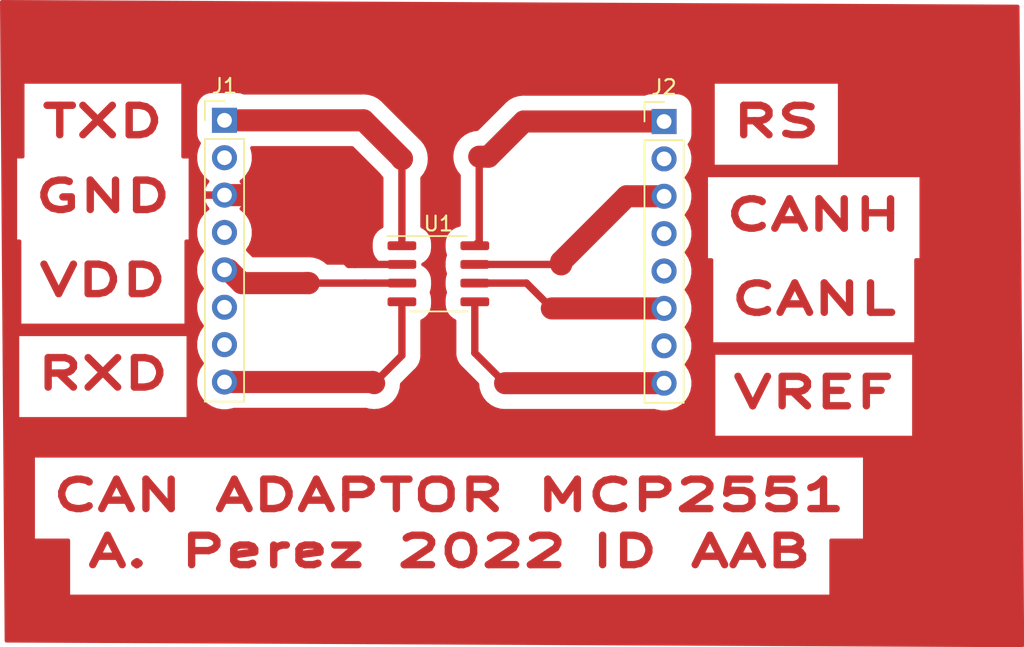
<source format=kicad_pcb>
(kicad_pcb (version 20171130) (host pcbnew 5.1.5+dfsg1-2build2)

  (general
    (thickness 1.6)
    (drawings 11)
    (tracks 37)
    (zones 0)
    (modules 3)
    (nets 17)
  )

  (page A4)
  (layers
    (0 F.Cu signal)
    (31 B.Cu signal)
    (32 B.Adhes user)
    (33 F.Adhes user)
    (34 B.Paste user)
    (35 F.Paste user)
    (36 B.SilkS user)
    (37 F.SilkS user)
    (38 B.Mask user)
    (39 F.Mask user)
    (40 Dwgs.User user)
    (41 Cmts.User user)
    (42 Eco1.User user)
    (43 Eco2.User user)
    (44 Edge.Cuts user)
    (45 Margin user)
    (46 B.CrtYd user)
    (47 F.CrtYd user)
    (48 B.Fab user)
    (49 F.Fab user)
  )

  (setup
    (last_trace_width 1.5)
    (user_trace_width 0.5)
    (user_trace_width 1.5)
    (trace_clearance 1)
    (zone_clearance 1)
    (zone_45_only no)
    (trace_min 0.2)
    (via_size 0.8)
    (via_drill 0.4)
    (via_min_size 0.4)
    (via_min_drill 0.3)
    (uvia_size 0.3)
    (uvia_drill 0.1)
    (uvias_allowed no)
    (uvia_min_size 0.2)
    (uvia_min_drill 0.1)
    (edge_width 0.05)
    (segment_width 0.2)
    (pcb_text_width 0.5)
    (pcb_text_size 3 2)
    (mod_edge_width 0.12)
    (mod_text_size 1 1)
    (mod_text_width 0.15)
    (pad_size 1.524 1.524)
    (pad_drill 0.762)
    (pad_to_mask_clearance 0.051)
    (solder_mask_min_width 0.25)
    (aux_axis_origin 0 0)
    (visible_elements FFFFFF7F)
    (pcbplotparams
      (layerselection 0x010fc_ffffffff)
      (usegerberextensions false)
      (usegerberattributes false)
      (usegerberadvancedattributes false)
      (creategerberjobfile false)
      (excludeedgelayer true)
      (linewidth 0.100000)
      (plotframeref false)
      (viasonmask false)
      (mode 1)
      (useauxorigin false)
      (hpglpennumber 1)
      (hpglpenspeed 20)
      (hpglpendiameter 15.000000)
      (psnegative false)
      (psa4output false)
      (plotreference true)
      (plotvalue true)
      (plotinvisibletext false)
      (padsonsilk false)
      (subtractmaskfromsilk false)
      (outputformat 1)
      (mirror false)
      (drillshape 1)
      (scaleselection 1)
      (outputdirectory ""))
  )

  (net 0 "")
  (net 1 "Net-(J1-Pad1)")
  (net 2 "Net-(J2-Pad1)")
  (net 3 GND)
  (net 4 "Net-(J2-Pad2)")
  (net 5 "Net-(J2-Pad4)")
  (net 6 "Net-(J2-Pad3)")
  (net 7 "Net-(J1-Pad4)")
  (net 8 "Net-(J1-Pad2)")
  (net 9 "Net-(J1-Pad5)")
  (net 10 "Net-(J1-Pad6)")
  (net 11 "Net-(J1-Pad7)")
  (net 12 "Net-(J1-Pad8)")
  (net 13 "Net-(J2-Pad8)")
  (net 14 "Net-(J2-Pad7)")
  (net 15 "Net-(J2-Pad6)")
  (net 16 "Net-(J2-Pad5)")

  (net_class Default "Esta es la clase de red por defecto."
    (clearance 1)
    (trace_width 1.5)
    (via_dia 0.8)
    (via_drill 0.4)
    (uvia_dia 0.3)
    (uvia_drill 0.1)
  )

  (net_class Fino ""
    (clearance 0.6)
    (trace_width 0.5)
    (via_dia 0.8)
    (via_drill 0.4)
    (uvia_dia 0.3)
    (uvia_drill 0.1)
    (add_net GND)
    (add_net "Net-(J1-Pad1)")
    (add_net "Net-(J1-Pad2)")
    (add_net "Net-(J1-Pad4)")
    (add_net "Net-(J1-Pad5)")
    (add_net "Net-(J1-Pad6)")
    (add_net "Net-(J1-Pad7)")
    (add_net "Net-(J1-Pad8)")
    (add_net "Net-(J2-Pad1)")
    (add_net "Net-(J2-Pad2)")
    (add_net "Net-(J2-Pad3)")
    (add_net "Net-(J2-Pad4)")
    (add_net "Net-(J2-Pad5)")
    (add_net "Net-(J2-Pad6)")
    (add_net "Net-(J2-Pad7)")
    (add_net "Net-(J2-Pad8)")
  )

  (module Package_SO:SOIC-8_3.9x4.9mm_P1.27mm (layer F.Cu) (tedit 5D9F72B1) (tstamp 61EF79A9)
    (at 44.365001 35.110001)
    (descr "SOIC, 8 Pin (JEDEC MS-012AA, https://www.analog.com/media/en/package-pcb-resources/package/pkg_pdf/soic_narrow-r/r_8.pdf), generated with kicad-footprint-generator ipc_gullwing_generator.py")
    (tags "SOIC SO")
    (path /61EF215D)
    (attr smd)
    (fp_text reference U1 (at 0 -3.4) (layer F.SilkS)
      (effects (font (size 1 1) (thickness 0.15)))
    )
    (fp_text value MCP2551-I-SN (at 0 3.4) (layer F.Fab)
      (effects (font (size 1 1) (thickness 0.15)))
    )
    (fp_line (start 0 2.56) (end 1.95 2.56) (layer F.SilkS) (width 0.12))
    (fp_line (start 0 2.56) (end -1.95 2.56) (layer F.SilkS) (width 0.12))
    (fp_line (start 0 -2.56) (end 1.95 -2.56) (layer F.SilkS) (width 0.12))
    (fp_line (start 0 -2.56) (end -3.45 -2.56) (layer F.SilkS) (width 0.12))
    (fp_line (start -0.975 -2.45) (end 1.95 -2.45) (layer F.Fab) (width 0.1))
    (fp_line (start 1.95 -2.45) (end 1.95 2.45) (layer F.Fab) (width 0.1))
    (fp_line (start 1.95 2.45) (end -1.95 2.45) (layer F.Fab) (width 0.1))
    (fp_line (start -1.95 2.45) (end -1.95 -1.475) (layer F.Fab) (width 0.1))
    (fp_line (start -1.95 -1.475) (end -0.975 -2.45) (layer F.Fab) (width 0.1))
    (fp_line (start -3.7 -2.7) (end -3.7 2.7) (layer F.CrtYd) (width 0.05))
    (fp_line (start -3.7 2.7) (end 3.7 2.7) (layer F.CrtYd) (width 0.05))
    (fp_line (start 3.7 2.7) (end 3.7 -2.7) (layer F.CrtYd) (width 0.05))
    (fp_line (start 3.7 -2.7) (end -3.7 -2.7) (layer F.CrtYd) (width 0.05))
    (fp_text user %R (at 0 0) (layer F.Fab)
      (effects (font (size 0.98 0.98) (thickness 0.15)))
    )
    (pad 1 smd roundrect (at -2.475 -1.905) (size 1.95 0.6) (layers F.Cu F.Paste F.Mask) (roundrect_rratio 0.25)
      (net 1 "Net-(J1-Pad1)"))
    (pad 2 smd roundrect (at -2.475 -0.635) (size 1.95 0.6) (layers F.Cu F.Paste F.Mask) (roundrect_rratio 0.25)
      (net 3 GND))
    (pad 3 smd roundrect (at -2.475 0.635) (size 1.95 0.6) (layers F.Cu F.Paste F.Mask) (roundrect_rratio 0.25)
      (net 9 "Net-(J1-Pad5)"))
    (pad 4 smd roundrect (at -2.475 1.905) (size 1.95 0.6) (layers F.Cu F.Paste F.Mask) (roundrect_rratio 0.25)
      (net 12 "Net-(J1-Pad8)"))
    (pad 5 smd roundrect (at 2.475 1.905) (size 1.95 0.6) (layers F.Cu F.Paste F.Mask) (roundrect_rratio 0.25)
      (net 13 "Net-(J2-Pad8)"))
    (pad 6 smd roundrect (at 2.475 0.635) (size 1.95 0.6) (layers F.Cu F.Paste F.Mask) (roundrect_rratio 0.25)
      (net 15 "Net-(J2-Pad6)"))
    (pad 7 smd roundrect (at 2.475 -0.635) (size 1.95 0.6) (layers F.Cu F.Paste F.Mask) (roundrect_rratio 0.25)
      (net 6 "Net-(J2-Pad3)"))
    (pad 8 smd roundrect (at 2.475 -1.905) (size 1.95 0.6) (layers F.Cu F.Paste F.Mask) (roundrect_rratio 0.25)
      (net 2 "Net-(J2-Pad1)"))
    (model ${KISYS3DMOD}/Package_SO.3dshapes/SOIC-8_3.9x4.9mm_P1.27mm.wrl
      (at (xyz 0 0 0))
      (scale (xyz 1 1 1))
      (rotate (xyz 0 0 0))
    )
  )

  (module Connector_PinHeader_2.54mm:PinHeader_1x08_P2.54mm_Vertical (layer F.Cu) (tedit 59FED5CC) (tstamp 61F2EC5F)
    (at 29.845 24.685001)
    (descr "Through hole straight pin header, 1x08, 2.54mm pitch, single row")
    (tags "Through hole pin header THT 1x08 2.54mm single row")
    (path /61F305FF)
    (fp_text reference J1 (at 0 -2.33) (layer F.SilkS)
      (effects (font (size 1 1) (thickness 0.15)))
    )
    (fp_text value Conn_01x08_MountingPin (at 0 20.11) (layer F.Fab)
      (effects (font (size 1 1) (thickness 0.15)))
    )
    (fp_line (start -0.635 -1.27) (end 1.27 -1.27) (layer F.Fab) (width 0.1))
    (fp_line (start 1.27 -1.27) (end 1.27 19.05) (layer F.Fab) (width 0.1))
    (fp_line (start 1.27 19.05) (end -1.27 19.05) (layer F.Fab) (width 0.1))
    (fp_line (start -1.27 19.05) (end -1.27 -0.635) (layer F.Fab) (width 0.1))
    (fp_line (start -1.27 -0.635) (end -0.635 -1.27) (layer F.Fab) (width 0.1))
    (fp_line (start -1.33 19.11) (end 1.33 19.11) (layer F.SilkS) (width 0.12))
    (fp_line (start -1.33 1.27) (end -1.33 19.11) (layer F.SilkS) (width 0.12))
    (fp_line (start 1.33 1.27) (end 1.33 19.11) (layer F.SilkS) (width 0.12))
    (fp_line (start -1.33 1.27) (end 1.33 1.27) (layer F.SilkS) (width 0.12))
    (fp_line (start -1.33 0) (end -1.33 -1.33) (layer F.SilkS) (width 0.12))
    (fp_line (start -1.33 -1.33) (end 0 -1.33) (layer F.SilkS) (width 0.12))
    (fp_line (start -1.8 -1.8) (end -1.8 19.55) (layer F.CrtYd) (width 0.05))
    (fp_line (start -1.8 19.55) (end 1.8 19.55) (layer F.CrtYd) (width 0.05))
    (fp_line (start 1.8 19.55) (end 1.8 -1.8) (layer F.CrtYd) (width 0.05))
    (fp_line (start 1.8 -1.8) (end -1.8 -1.8) (layer F.CrtYd) (width 0.05))
    (fp_text user %R (at 0 8.89 90) (layer F.Fab)
      (effects (font (size 1 1) (thickness 0.15)))
    )
    (pad 1 thru_hole rect (at 0 0) (size 1.7 1.7) (drill 1) (layers *.Cu *.Mask)
      (net 1 "Net-(J1-Pad1)"))
    (pad 2 thru_hole oval (at 0 2.54) (size 1.7 1.7) (drill 1) (layers *.Cu *.Mask)
      (net 8 "Net-(J1-Pad2)"))
    (pad 3 thru_hole oval (at 0 5.08) (size 1.7 1.7) (drill 1) (layers *.Cu *.Mask)
      (net 3 GND))
    (pad 4 thru_hole oval (at 0 7.62) (size 1.7 1.7) (drill 1) (layers *.Cu *.Mask)
      (net 7 "Net-(J1-Pad4)"))
    (pad 5 thru_hole oval (at 0 10.16) (size 1.7 1.7) (drill 1) (layers *.Cu *.Mask)
      (net 9 "Net-(J1-Pad5)"))
    (pad 6 thru_hole oval (at 0 12.7) (size 1.7 1.7) (drill 1) (layers *.Cu *.Mask)
      (net 10 "Net-(J1-Pad6)"))
    (pad 7 thru_hole oval (at 0 15.24) (size 1.7 1.7) (drill 1) (layers *.Cu *.Mask)
      (net 11 "Net-(J1-Pad7)"))
    (pad 8 thru_hole oval (at 0 17.78) (size 1.7 1.7) (drill 1) (layers *.Cu *.Mask)
      (net 12 "Net-(J1-Pad8)"))
    (model ${KISYS3DMOD}/Connector_PinHeader_2.54mm.3dshapes/PinHeader_1x08_P2.54mm_Vertical.wrl
      (at (xyz 0 0 0))
      (scale (xyz 1 1 1))
      (rotate (xyz 0 0 0))
    )
  )

  (module Connector_PinHeader_2.54mm:PinHeader_1x08_P2.54mm_Vertical (layer F.Cu) (tedit 59FED5CC) (tstamp 61F2EC7B)
    (at 59.69 24.765)
    (descr "Through hole straight pin header, 1x08, 2.54mm pitch, single row")
    (tags "Through hole pin header THT 1x08 2.54mm single row")
    (path /61F32B93)
    (fp_text reference J2 (at 0 -2.33) (layer F.SilkS)
      (effects (font (size 1 1) (thickness 0.15)))
    )
    (fp_text value Conn_01x08_MountingPin (at 0 20.11) (layer F.Fab)
      (effects (font (size 1 1) (thickness 0.15)))
    )
    (fp_text user %R (at 0 8.89 90) (layer F.Fab)
      (effects (font (size 1 1) (thickness 0.15)))
    )
    (fp_line (start 1.8 -1.8) (end -1.8 -1.8) (layer F.CrtYd) (width 0.05))
    (fp_line (start 1.8 19.55) (end 1.8 -1.8) (layer F.CrtYd) (width 0.05))
    (fp_line (start -1.8 19.55) (end 1.8 19.55) (layer F.CrtYd) (width 0.05))
    (fp_line (start -1.8 -1.8) (end -1.8 19.55) (layer F.CrtYd) (width 0.05))
    (fp_line (start -1.33 -1.33) (end 0 -1.33) (layer F.SilkS) (width 0.12))
    (fp_line (start -1.33 0) (end -1.33 -1.33) (layer F.SilkS) (width 0.12))
    (fp_line (start -1.33 1.27) (end 1.33 1.27) (layer F.SilkS) (width 0.12))
    (fp_line (start 1.33 1.27) (end 1.33 19.11) (layer F.SilkS) (width 0.12))
    (fp_line (start -1.33 1.27) (end -1.33 19.11) (layer F.SilkS) (width 0.12))
    (fp_line (start -1.33 19.11) (end 1.33 19.11) (layer F.SilkS) (width 0.12))
    (fp_line (start -1.27 -0.635) (end -0.635 -1.27) (layer F.Fab) (width 0.1))
    (fp_line (start -1.27 19.05) (end -1.27 -0.635) (layer F.Fab) (width 0.1))
    (fp_line (start 1.27 19.05) (end -1.27 19.05) (layer F.Fab) (width 0.1))
    (fp_line (start 1.27 -1.27) (end 1.27 19.05) (layer F.Fab) (width 0.1))
    (fp_line (start -0.635 -1.27) (end 1.27 -1.27) (layer F.Fab) (width 0.1))
    (pad 8 thru_hole oval (at 0 17.78) (size 1.7 1.7) (drill 1) (layers *.Cu *.Mask)
      (net 13 "Net-(J2-Pad8)"))
    (pad 7 thru_hole oval (at 0 15.24) (size 1.7 1.7) (drill 1) (layers *.Cu *.Mask)
      (net 14 "Net-(J2-Pad7)"))
    (pad 6 thru_hole oval (at 0 12.7) (size 1.7 1.7) (drill 1) (layers *.Cu *.Mask)
      (net 15 "Net-(J2-Pad6)"))
    (pad 5 thru_hole oval (at 0 10.16) (size 1.7 1.7) (drill 1) (layers *.Cu *.Mask)
      (net 16 "Net-(J2-Pad5)"))
    (pad 4 thru_hole oval (at 0 7.62) (size 1.7 1.7) (drill 1) (layers *.Cu *.Mask)
      (net 5 "Net-(J2-Pad4)"))
    (pad 3 thru_hole oval (at 0 5.08) (size 1.7 1.7) (drill 1) (layers *.Cu *.Mask)
      (net 6 "Net-(J2-Pad3)"))
    (pad 2 thru_hole oval (at 0 2.54) (size 1.7 1.7) (drill 1) (layers *.Cu *.Mask)
      (net 4 "Net-(J2-Pad2)"))
    (pad 1 thru_hole rect (at 0 0) (size 1.7 1.7) (drill 1) (layers *.Cu *.Mask)
      (net 2 "Net-(J2-Pad1)"))
    (model ${KISYS3DMOD}/Connector_PinHeader_2.54mm.3dshapes/PinHeader_1x08_P2.54mm_Vertical.wrl
      (at (xyz 0 0 0))
      (scale (xyz 1 1 1))
      (rotate (xyz 0 0 0))
    )
  )

  (gr_text VREF (at 69.85 43.18) (layer F.Cu)
    (effects (font (size 2 3) (thickness 0.5)))
  )
  (gr_text CANL (at 69.85 36.83) (layer F.Cu)
    (effects (font (size 2 3) (thickness 0.5)))
  )
  (gr_text CANH (at 69.85 31.115) (layer F.Cu)
    (effects (font (size 2 3) (thickness 0.5)))
  )
  (gr_text RS (at 67.31 24.765) (layer F.Cu)
    (effects (font (size 2 3) (thickness 0.5)))
  )
  (gr_text RXD (at 21.59 41.91) (layer F.Cu)
    (effects (font (size 2 3) (thickness 0.5)))
  )
  (gr_text VDD (at 21.59 35.56) (layer F.Cu)
    (effects (font (size 2 3) (thickness 0.5)))
  )
  (gr_text GND (at 21.59 29.845) (layer F.Cu)
    (effects (font (size 2 3) (thickness 0.5)))
  )
  (gr_text TXD (at 21.59 24.765) (layer F.Cu)
    (effects (font (size 2 3) (thickness 0.5)))
  )
  (gr_text "CAN ADAPTOR MCP2551" (at 45.085 50.165) (layer F.Cu)
    (effects (font (size 2 3) (thickness 0.5)))
  )
  (gr_text "A. Perez 2022" (at 36.83 53.975) (layer F.Cu)
    (effects (font (size 2 3) (thickness 0.5)))
  )
  (gr_text "ID AAB" (at 62.23 53.975) (layer F.Cu)
    (effects (font (size 2 3) (thickness 0.5)))
  )

  (segment (start 41.705 33.02) (end 41.890001 33.205001) (width 0.25) (layer F.Cu) (net 1))
  (segment (start 41.890001 33.205001) (end 41.890001 27.324999) (width 0.5) (layer F.Cu) (net 1))
  (segment (start 41.890001 27.324999) (end 41.890001 27.285001) (width 1.5) (layer F.Cu) (net 1))
  (segment (start 39.290001 24.685001) (end 29.845 24.685001) (width 1.5) (layer F.Cu) (net 1))
  (segment (start 41.890001 27.285001) (end 39.290001 24.685001) (width 1.5) (layer F.Cu) (net 1))
  (segment (start 47.140001 32.905001) (end 47.140001 27.154999) (width 0.5) (layer F.Cu) (net 2))
  (segment (start 46.840001 33.205001) (end 47.140001 32.905001) (width 0.5) (layer F.Cu) (net 2))
  (segment (start 47.140001 27.154999) (end 47.775001 27.154999) (width 1.5) (layer F.Cu) (net 2))
  (segment (start 50.165 24.765) (end 59.69 24.765) (width 1.5) (layer F.Cu) (net 2))
  (segment (start 47.775001 27.154999) (end 50.165 24.765) (width 1.5) (layer F.Cu) (net 2))
  (segment (start 41.860003 34.504999) (end 41.890001 34.475001) (width 0.4) (layer F.Cu) (net 3))
  (segment (start 41.890001 34.475001) (end 38.735 34.475001) (width 0.5) (layer F.Cu) (net 3))
  (segment (start 38.735 34.475001) (end 38.285001 34.475001) (width 0.5) (layer F.Cu) (net 3))
  (segment (start 38.285001 34.475001) (end 36.83 33.02) (width 0.5) (layer F.Cu) (net 3))
  (segment (start 33.575001 29.765001) (end 29.845 29.765001) (width 1.5) (layer F.Cu) (net 3))
  (segment (start 36.83 33.02) (end 33.575001 29.765001) (width 1.5) (layer F.Cu) (net 3))
  (segment (start 46.840001 34.475001) (end 52.705 34.475001) (width 0.5) (layer F.Cu) (net 6))
  (segment (start 52.705 34.475001) (end 52.705 34.29) (width 1.5) (layer F.Cu) (net 6))
  (segment (start 57.15 29.845) (end 59.69 29.845) (width 1.5) (layer F.Cu) (net 6))
  (segment (start 52.705 34.29) (end 57.15 29.845) (width 1.5) (layer F.Cu) (net 6))
  (segment (start 41.890001 35.745001) (end 39.37 35.745001) (width 0.5) (layer F.Cu) (net 9))
  (segment (start 39.37 35.745001) (end 35.56 35.745001) (width 0.5) (layer F.Cu) (net 9))
  (segment (start 35.56 35.745001) (end 35.374999 35.745001) (width 1.5) (layer F.Cu) (net 9))
  (segment (start 30.117002 34.845001) (end 29.845 34.845001) (width 1.5) (layer F.Cu) (net 9))
  (segment (start 31.017002 35.745001) (end 30.117002 34.845001) (width 1.5) (layer F.Cu) (net 9))
  (segment (start 35.56 35.745001) (end 31.017002 35.745001) (width 1.5) (layer F.Cu) (net 9))
  (segment (start 41.890001 37.015001) (end 41.890001 40.659999) (width 0.5) (layer F.Cu) (net 12))
  (segment (start 41.890001 40.659999) (end 40.005 42.545) (width 0.5) (layer F.Cu) (net 12))
  (segment (start 39.925001 42.465001) (end 29.845 42.465001) (width 1.5) (layer F.Cu) (net 12))
  (segment (start 40.005 42.545) (end 39.925001 42.465001) (width 1.5) (layer F.Cu) (net 12))
  (segment (start 46.840001 37.015001) (end 46.840001 40.490001) (width 0.5) (layer F.Cu) (net 13))
  (segment (start 46.840001 40.490001) (end 48.895 42.545) (width 0.5) (layer F.Cu) (net 13))
  (segment (start 48.895 42.545) (end 59.69 42.545) (width 1.5) (layer F.Cu) (net 13))
  (segment (start 47.815001 35.745001) (end 46.840001 35.745001) (width 0.4) (layer F.Cu) (net 15))
  (segment (start 46.840001 35.745001) (end 50.350001 35.745001) (width 0.5) (layer F.Cu) (net 15))
  (segment (start 50.350001 35.745001) (end 52.07 37.465) (width 0.5) (layer F.Cu) (net 15))
  (segment (start 52.07 37.465) (end 59.69 37.465) (width 1.5) (layer F.Cu) (net 15))

  (zone (net 3) (net_name GND) (layer F.Cu) (tstamp 0) (hatch edge 0.508)
    (connect_pads (clearance 1))
    (min_thickness 0.254)
    (fill yes (arc_segments 32) (thermal_gap 0.508) (thermal_bridge_width 0.508))
    (polygon
      (pts
        (xy 84.1375 60.48375) (xy 14.9225 60.16625) (xy 14.605 16.51) (xy 83.82 16.8275)
      )
    )
    (filled_polygon
      (pts
        (xy 83.693916 16.953923) (xy 84.009568 60.356161) (xy 15.048584 60.039827) (xy 14.95719 47.473) (xy 16.850857 47.473)
        (xy 16.850857 53.227) (xy 19.238715 53.227) (xy 19.238715 57.037) (xy 71.035572 57.037) (xy 71.035572 53.227)
        (xy 73.319143 53.227) (xy 73.319143 47.473) (xy 16.850857 47.473) (xy 14.95719 47.473) (xy 14.897154 39.218)
        (xy 15.784429 39.218) (xy 15.784429 44.972) (xy 27.395572 44.972) (xy 27.395572 39.218) (xy 15.784429 39.218)
        (xy 14.897154 39.218) (xy 14.809408 27.153) (xy 15.641572 27.153) (xy 15.641572 32.907) (xy 15.927286 32.907)
        (xy 15.927286 38.622) (xy 27.252715 38.622) (xy 27.252715 32.907) (xy 27.538429 32.907) (xy 27.538429 27.153)
        (xy 27.038429 27.153) (xy 27.038429 23.835001) (xy 27.862547 23.835001) (xy 27.862547 25.535001) (xy 27.884307 25.755932)
        (xy 27.94875 25.968372) (xy 28.0534 26.164158) (xy 28.121042 26.24658) (xy 28.093005 26.28854) (xy 27.943975 26.648331)
        (xy 27.868 27.030283) (xy 27.868 27.419719) (xy 27.943975 27.801671) (xy 28.093005 28.161462) (xy 28.309364 28.485265)
        (xy 28.584736 28.760637) (xy 28.695342 28.834542) (xy 28.573359 28.998081) (xy 28.448175 29.260902) (xy 28.403524 29.408111)
        (xy 28.524845 29.638001) (xy 29.718 29.638001) (xy 29.718 29.618001) (xy 29.972 29.618001) (xy 29.972 29.638001)
        (xy 31.165155 29.638001) (xy 31.286476 29.408111) (xy 31.241825 29.260902) (xy 31.116641 28.998081) (xy 30.994658 28.834542)
        (xy 31.105264 28.760637) (xy 31.380636 28.485265) (xy 31.596995 28.161462) (xy 31.746025 27.801671) (xy 31.822 27.419719)
        (xy 31.822 27.030283) (xy 31.746025 26.648331) (xy 31.710266 26.562001) (xy 38.512523 26.562001) (xy 40.319956 28.369435)
        (xy 40.321781 28.372849) (xy 40.513002 28.605852) (xy 40.513001 31.902895) (xy 40.352508 31.98868) (xy 40.15817 32.14817)
        (xy 39.99868 32.342508) (xy 39.880169 32.564227) (xy 39.80719 32.804807) (xy 39.782548 33.055001) (xy 39.782548 33.355001)
        (xy 39.80719 33.605195) (xy 39.880169 33.845775) (xy 39.99868 34.067494) (xy 40.15817 34.261832) (xy 40.280001 34.361816)
        (xy 40.280001 34.368001) (xy 36.840852 34.368001) (xy 36.607851 34.176781) (xy 36.281772 34.002488) (xy 35.927956 33.89516)
        (xy 35.65221 33.868001) (xy 31.79448 33.868001) (xy 31.509446 33.582967) (xy 31.450663 33.51134) (xy 31.428707 33.493321)
        (xy 31.596995 33.241462) (xy 31.746025 32.881671) (xy 31.822 32.499719) (xy 31.822 32.110283) (xy 31.746025 31.728331)
        (xy 31.596995 31.36854) (xy 31.380636 31.044737) (xy 31.105264 30.769365) (xy 30.994658 30.69546) (xy 31.116641 30.531921)
        (xy 31.241825 30.2691) (xy 31.286476 30.121891) (xy 31.165155 29.892001) (xy 29.972 29.892001) (xy 29.972 29.912001)
        (xy 29.718 29.912001) (xy 29.718 29.892001) (xy 28.524845 29.892001) (xy 28.403524 30.121891) (xy 28.448175 30.2691)
        (xy 28.573359 30.531921) (xy 28.695342 30.69546) (xy 28.584736 30.769365) (xy 28.309364 31.044737) (xy 28.093005 31.36854)
        (xy 27.943975 31.728331) (xy 27.868 32.110283) (xy 27.868 32.499719) (xy 27.943975 32.881671) (xy 28.093005 33.241462)
        (xy 28.309364 33.565265) (xy 28.3191 33.575001) (xy 28.309364 33.584737) (xy 28.093005 33.90854) (xy 27.943975 34.268331)
        (xy 27.868 34.650283) (xy 27.868 35.039719) (xy 27.943975 35.421671) (xy 28.093005 35.781462) (xy 28.309364 36.105265)
        (xy 28.3191 36.115001) (xy 28.309364 36.124737) (xy 28.093005 36.44854) (xy 27.943975 36.808331) (xy 27.868 37.190283)
        (xy 27.868 37.579719) (xy 27.943975 37.961671) (xy 28.093005 38.321462) (xy 28.309364 38.645265) (xy 28.3191 38.655001)
        (xy 28.309364 38.664737) (xy 28.093005 38.98854) (xy 27.943975 39.348331) (xy 27.868 39.730283) (xy 27.868 40.119719)
        (xy 27.943975 40.501671) (xy 28.093005 40.861462) (xy 28.309364 41.185265) (xy 28.3191 41.195001) (xy 28.309364 41.204737)
        (xy 28.093005 41.52854) (xy 27.943975 41.888331) (xy 27.868 42.270283) (xy 27.868 42.659719) (xy 27.943975 43.041671)
        (xy 28.093005 43.401462) (xy 28.309364 43.725265) (xy 28.584736 44.000637) (xy 28.908539 44.216996) (xy 29.26833 44.366026)
        (xy 29.650282 44.442001) (xy 30.039718 44.442001) (xy 30.42167 44.366026) (xy 30.479672 44.342001) (xy 39.462854 44.342001)
        (xy 39.637044 44.394841) (xy 40.005 44.431081) (xy 40.372956 44.394841) (xy 40.726773 44.287512) (xy 41.052851 44.113219)
        (xy 41.338661 43.878661) (xy 41.573219 43.592851) (xy 41.747512 43.266773) (xy 41.854841 42.912956) (xy 41.884385 42.612986)
        (xy 42.815856 41.681516) (xy 42.868398 41.638396) (xy 43.040474 41.42872) (xy 43.168338 41.189504) (xy 43.219906 41.019506)
        (xy 43.247076 40.929939) (xy 43.273663 40.659999) (xy 43.267001 40.592359) (xy 43.267001 38.317107) (xy 43.427494 38.231322)
        (xy 43.621832 38.071832) (xy 43.781322 37.877494) (xy 43.899833 37.655775) (xy 43.972812 37.415195) (xy 43.997454 37.165001)
        (xy 43.997454 36.865001) (xy 43.972812 36.614807) (xy 43.901585 36.380001) (xy 43.972812 36.145195) (xy 43.997454 35.895001)
        (xy 43.997454 35.595001) (xy 43.972812 35.344807) (xy 43.899833 35.104227) (xy 43.781322 34.882508) (xy 43.621832 34.68817)
        (xy 43.427494 34.52868) (xy 43.327067 34.475001) (xy 43.427494 34.421322) (xy 43.621832 34.261832) (xy 43.781322 34.067494)
        (xy 43.899833 33.845775) (xy 43.972812 33.605195) (xy 43.997454 33.355001) (xy 43.997454 33.055001) (xy 44.732548 33.055001)
        (xy 44.732548 33.355001) (xy 44.75719 33.605195) (xy 44.828417 33.840001) (xy 44.75719 34.074807) (xy 44.732548 34.325001)
        (xy 44.732548 34.625001) (xy 44.75719 34.875195) (xy 44.828417 35.110001) (xy 44.75719 35.344807) (xy 44.732548 35.595001)
        (xy 44.732548 35.895001) (xy 44.75719 36.145195) (xy 44.828417 36.380001) (xy 44.75719 36.614807) (xy 44.732548 36.865001)
        (xy 44.732548 37.165001) (xy 44.75719 37.415195) (xy 44.830169 37.655775) (xy 44.94868 37.877494) (xy 45.10817 38.071832)
        (xy 45.302508 38.231322) (xy 45.463001 38.317107) (xy 45.463002 40.422352) (xy 45.456339 40.490001) (xy 45.482926 40.75994)
        (xy 45.561664 41.019505) (xy 45.650265 41.185265) (xy 45.689529 41.258722) (xy 45.861605 41.468398) (xy 45.914146 41.511517)
        (xy 47.015614 42.612986) (xy 47.045159 42.912956) (xy 47.152487 43.266772) (xy 47.32678 43.592851) (xy 47.561339 43.878661)
        (xy 47.847149 44.11322) (xy 48.173228 44.287513) (xy 48.527044 44.394841) (xy 48.80279 44.422) (xy 59.055328 44.422)
        (xy 59.11333 44.446025) (xy 59.495282 44.522) (xy 59.884718 44.522) (xy 60.26667 44.446025) (xy 60.626461 44.296995)
        (xy 60.950264 44.080636) (xy 61.225636 43.805264) (xy 61.441995 43.481461) (xy 61.591025 43.12167) (xy 61.667 42.739718)
        (xy 61.667 42.350282) (xy 61.591025 41.96833) (xy 61.441995 41.608539) (xy 61.225636 41.284736) (xy 61.2159 41.275)
        (xy 61.225636 41.265264) (xy 61.441995 40.941461) (xy 61.591025 40.58167) (xy 61.609657 40.488) (xy 63.044429 40.488)
        (xy 63.044429 46.242) (xy 76.655572 46.242) (xy 76.655572 40.488) (xy 63.044429 40.488) (xy 61.609657 40.488)
        (xy 61.667 40.199718) (xy 61.667 39.810282) (xy 61.591025 39.42833) (xy 61.441995 39.068539) (xy 61.225636 38.744736)
        (xy 61.2159 38.735) (xy 61.225636 38.725264) (xy 61.441995 38.401461) (xy 61.591025 38.04167) (xy 61.667 37.659718)
        (xy 61.667 37.270282) (xy 61.591025 36.88833) (xy 61.441995 36.528539) (xy 61.225636 36.204736) (xy 61.2159 36.195)
        (xy 61.225636 36.185264) (xy 61.441995 35.861461) (xy 61.591025 35.50167) (xy 61.667 35.119718) (xy 61.667 34.730282)
        (xy 61.591025 34.34833) (xy 61.441995 33.988539) (xy 61.225636 33.664736) (xy 61.2159 33.655) (xy 61.225636 33.645264)
        (xy 61.441995 33.321461) (xy 61.591025 32.96167) (xy 61.667 32.579718) (xy 61.667 32.190282) (xy 61.591025 31.80833)
        (xy 61.441995 31.448539) (xy 61.225636 31.124736) (xy 61.2159 31.115) (xy 61.225636 31.105264) (xy 61.441995 30.781461)
        (xy 61.591025 30.42167) (xy 61.667 30.039718) (xy 61.667 29.650282) (xy 61.591025 29.26833) (xy 61.441995 28.908539)
        (xy 61.225636 28.584736) (xy 61.2159 28.575) (xy 61.225636 28.565264) (xy 61.320694 28.423) (xy 62.544429 28.423)
        (xy 62.544429 34.177) (xy 62.901572 34.177) (xy 62.901572 39.892) (xy 76.798429 39.892) (xy 76.798429 34.177)
        (xy 77.155572 34.177) (xy 77.155572 28.423) (xy 62.544429 28.423) (xy 61.320694 28.423) (xy 61.441995 28.241461)
        (xy 61.591025 27.88167) (xy 61.667 27.499718) (xy 61.667 27.110282) (xy 61.591025 26.72833) (xy 61.441995 26.368539)
        (xy 61.413958 26.326579) (xy 61.4816 26.244157) (xy 61.58625 26.048371) (xy 61.650693 25.835931) (xy 61.672453 25.615)
        (xy 61.672453 23.915) (xy 61.650693 23.694069) (xy 61.58625 23.481629) (xy 61.4816 23.285843) (xy 61.340765 23.114235)
        (xy 61.169157 22.9734) (xy 60.973371 22.86875) (xy 60.760931 22.804307) (xy 60.54 22.782547) (xy 58.84 22.782547)
        (xy 58.619069 22.804307) (xy 58.406629 22.86875) (xy 58.370615 22.888) (xy 50.257202 22.888) (xy 50.165 22.878919)
        (xy 50.072798 22.888) (xy 50.07279 22.888) (xy 49.829371 22.911975) (xy 49.797043 22.915159) (xy 49.706948 22.942489)
        (xy 49.443228 23.022487) (xy 49.117149 23.19678) (xy 48.831339 23.431339) (xy 48.772561 23.50296) (xy 46.992031 25.283491)
        (xy 46.772045 25.305158) (xy 46.418229 25.412486) (xy 46.09215 25.586779) (xy 45.80634 25.821338) (xy 45.571781 26.107148)
        (xy 45.397488 26.433227) (xy 45.29016 26.787043) (xy 45.253919 27.154999) (xy 45.29016 27.522955) (xy 45.397488 27.876771)
        (xy 45.571781 28.20285) (xy 45.763002 28.435852) (xy 45.763001 31.797738) (xy 45.524227 31.870169) (xy 45.302508 31.98868)
        (xy 45.10817 32.14817) (xy 44.94868 32.342508) (xy 44.830169 32.564227) (xy 44.75719 32.804807) (xy 44.732548 33.055001)
        (xy 43.997454 33.055001) (xy 43.972812 32.804807) (xy 43.899833 32.564227) (xy 43.781322 32.342508) (xy 43.621832 32.14817)
        (xy 43.427494 31.98868) (xy 43.267001 31.902895) (xy 43.267001 28.605851) (xy 43.458221 28.37285) (xy 43.632514 28.046771)
        (xy 43.739842 27.692955) (xy 43.767001 27.417209) (xy 43.767001 27.377202) (xy 43.776082 27.285) (xy 43.767001 27.192798)
        (xy 43.767001 27.192792) (xy 43.739842 26.917046) (xy 43.739842 26.917044) (xy 43.632513 26.563227) (xy 43.45822 26.237149)
        (xy 43.282442 26.022963) (xy 43.28244 26.022961) (xy 43.223662 25.95134) (xy 43.152041 25.892562) (xy 40.682445 23.422967)
        (xy 40.623662 23.35134) (xy 40.337852 23.116781) (xy 40.011773 22.942488) (xy 39.657957 22.83516) (xy 39.382211 22.808001)
        (xy 39.382203 22.808001) (xy 39.290001 22.79892) (xy 39.197799 22.808001) (xy 31.164385 22.808001) (xy 31.128371 22.788751)
        (xy 30.915931 22.724308) (xy 30.695 22.702548) (xy 28.995 22.702548) (xy 28.774069 22.724308) (xy 28.561629 22.788751)
        (xy 28.365843 22.893401) (xy 28.194235 23.034236) (xy 28.0534 23.205844) (xy 27.94875 23.40163) (xy 27.884307 23.61407)
        (xy 27.862547 23.835001) (xy 27.038429 23.835001) (xy 27.038429 22.073) (xy 63.004429 22.073) (xy 63.004429 27.827)
        (xy 71.615572 27.827) (xy 71.615572 22.073) (xy 63.004429 22.073) (xy 27.038429 22.073) (xy 16.141572 22.073)
        (xy 16.141572 27.153) (xy 15.641572 27.153) (xy 14.809408 27.153) (xy 14.732932 16.637589)
      )
    )
  )
  (zone (net 0) (net_name "") (layer F.Cu) (tstamp 0) (hatch edge 0.508)
    (connect_pads (clearance 1))
    (min_thickness 0.254)
    (keepout (tracks not_allowed) (vias not_allowed) (copperpour not_allowed))
    (fill (arc_segments 32) (thermal_gap 0.508) (thermal_bridge_width 0.508))
    (polygon
      (pts
        (xy 37.465 33.02) (xy 38.1 34.925) (xy 31.75 34.29) (xy 31.75 32.385)
      )
    )
  )
)

</source>
